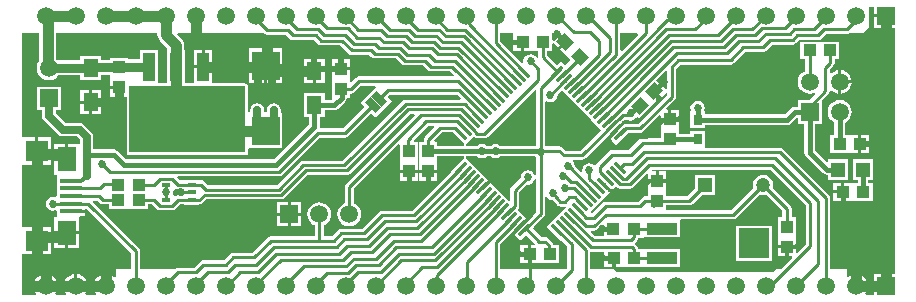
<source format=gtl>
G04*
G04 #@! TF.GenerationSoftware,Altium Limited,Altium Designer,19.1.9 (167)*
G04*
G04 Layer_Physical_Order=1*
G04 Layer_Color=255*
%FSLAX25Y25*%
%MOIN*%
G70*
G01*
G75*
%ADD16C,0.01000*%
G04:AMPARAMS|DCode=41|XSize=47.24mil|YSize=11.81mil|CornerRadius=0mil|HoleSize=0mil|Usage=FLASHONLY|Rotation=225.000|XOffset=0mil|YOffset=0mil|HoleType=Round|Shape=Rectangle|*
%AMROTATEDRECTD41*
4,1,4,0.01253,0.02088,0.02088,0.01253,-0.01253,-0.02088,-0.02088,-0.01253,0.01253,0.02088,0.0*
%
%ADD41ROTATEDRECTD41*%

G04:AMPARAMS|DCode=42|XSize=47.24mil|YSize=11.81mil|CornerRadius=0mil|HoleSize=0mil|Usage=FLASHONLY|Rotation=135.000|XOffset=0mil|YOffset=0mil|HoleType=Round|Shape=Rectangle|*
%AMROTATEDRECTD42*
4,1,4,0.02088,-0.01253,0.01253,-0.02088,-0.02088,0.01253,-0.01253,0.02088,0.02088,-0.01253,0.0*
%
%ADD42ROTATEDRECTD42*%

%ADD43R,0.07480X0.01378*%
%ADD44R,0.06299X0.08268*%
%ADD45R,0.07480X0.07087*%
%ADD46R,0.03150X0.01400*%
%ADD47R,0.04921X0.06102*%
%ADD48R,0.02756X0.03347*%
%ADD49R,0.04331X0.03937*%
%ADD50R,0.03937X0.04331*%
G04:AMPARAMS|DCode=51|XSize=43.31mil|YSize=39.37mil|CornerRadius=0mil|HoleSize=0mil|Usage=FLASHONLY|Rotation=315.000|XOffset=0mil|YOffset=0mil|HoleType=Round|Shape=Rectangle|*
%AMROTATEDRECTD51*
4,1,4,-0.02923,0.00139,-0.00139,0.02923,0.02923,-0.00139,0.00139,-0.02923,-0.02923,0.00139,0.0*
%
%ADD51ROTATEDRECTD51*%

G04:AMPARAMS|DCode=52|XSize=43.31mil|YSize=39.37mil|CornerRadius=0mil|HoleSize=0mil|Usage=FLASHONLY|Rotation=225.000|XOffset=0mil|YOffset=0mil|HoleType=Round|Shape=Rectangle|*
%AMROTATEDRECTD52*
4,1,4,0.00139,0.02923,0.02923,0.00139,-0.00139,-0.02923,-0.02923,-0.00139,0.00139,0.02923,0.0*
%
%ADD52ROTATEDRECTD52*%

%ADD53R,0.09843X0.09843*%
%ADD54R,0.09843X0.03937*%
G04:AMPARAMS|DCode=55|XSize=25mil|YSize=50mil|CornerRadius=0mil|HoleSize=0mil|Usage=FLASHONLY|Rotation=45.000|XOffset=0mil|YOffset=0mil|HoleType=Round|Shape=Rectangle|*
%AMROTATEDRECTD55*
4,1,4,0.00884,-0.02652,-0.02652,0.00884,-0.00884,0.02652,0.02652,-0.00884,0.00884,-0.02652,0.0*
%
%ADD55ROTATEDRECTD55*%

%ADD56R,0.09252X0.09646*%
%ADD57R,0.04724X0.04724*%
%ADD58R,0.12992X0.09449*%
%ADD59R,0.03937X0.09449*%
%ADD60C,0.03000*%
%ADD61C,0.01500*%
%ADD62C,0.03500*%
%ADD63C,0.02000*%
%ADD64C,0.02500*%
%ADD65C,0.01300*%
%ADD66C,0.01600*%
%ADD67R,0.38500X0.22000*%
%ADD68C,0.05906*%
%ADD69R,0.05906X0.05906*%
%ADD70R,0.05906X0.05906*%
%ADD71C,0.04724*%
%ADD72C,0.02700*%
G36*
X181379Y88788D02*
X181349Y88758D01*
X183588Y86519D01*
X183234Y86166D01*
X183588Y85812D01*
X181489Y83713D01*
X183373Y81829D01*
X183629Y81573D01*
X184972Y80230D01*
X183256Y78514D01*
X181820Y79949D01*
X180525Y78653D01*
X177175Y82003D01*
Y83332D01*
X178812D01*
Y85683D01*
X179312Y85890D01*
X180781Y84421D01*
X182527Y86166D01*
X180642Y88051D01*
X179312Y86720D01*
X178812Y86927D01*
Y89250D01*
X181188D01*
X181379Y88788D01*
D02*
G37*
G36*
X207449D02*
X201991Y83330D01*
X201529Y83522D01*
Y89250D01*
X207258D01*
X207449Y88788D01*
D02*
G37*
G36*
X165788Y86800D02*
X168954D01*
Y86300D01*
X169454D01*
Y83332D01*
X172119D01*
Y83332D01*
X172480D01*
Y83332D01*
X174117D01*
Y81369D01*
X174146Y81219D01*
X173676Y81024D01*
X173294Y81594D01*
X172517Y82114D01*
X171600Y82296D01*
X170683Y82114D01*
X169906Y81594D01*
X169386Y80817D01*
X169204Y79900D01*
X169271Y79565D01*
X168810Y79319D01*
X168180Y79949D01*
X168136Y79906D01*
X161529Y86513D01*
Y89250D01*
X165788D01*
Y86800D01*
D02*
G37*
G36*
X47226Y88700D02*
X47321Y87982D01*
X47598Y87313D01*
X48039Y86739D01*
X50536Y84242D01*
X50432Y83742D01*
X50432D01*
Y72520D01*
X47313D01*
Y83742D01*
X41376D01*
Y80566D01*
X37268D01*
Y81011D01*
X31332D01*
Y80395D01*
X28461D01*
Y81760D01*
X21539D01*
Y80258D01*
X13866D01*
X13819Y80319D01*
X13374Y80661D01*
Y89250D01*
X47226D01*
Y88700D01*
D02*
G37*
G36*
X217071Y76475D02*
Y70791D01*
X216609Y70600D01*
X215458Y71751D01*
X213573Y69866D01*
X215319Y68120D01*
X216609Y69411D01*
X217071Y69219D01*
Y68734D01*
X207366Y59029D01*
X203379D01*
X202846Y58923D01*
X202700Y59070D01*
X202122Y59648D01*
X202944Y60471D01*
X203807D01*
X204083Y60286D01*
X205000Y60104D01*
X205917Y60286D01*
X206694Y60806D01*
X206993Y61252D01*
X207490Y61301D01*
X207995Y60797D01*
X212373Y65175D01*
X212471Y65273D01*
X212727Y65529D01*
X212727Y65529D01*
X214612Y67413D01*
X212512Y69512D01*
X212866Y69866D01*
X212512Y70220D01*
X214751Y72458D01*
X213576Y73633D01*
X216609Y76666D01*
X217071Y76475D01*
D02*
G37*
G36*
X183491Y68769D02*
X186275Y65985D01*
X189059Y63201D01*
X191843Y60417D01*
X195204Y57056D01*
X188286Y50137D01*
X183275D01*
X182331Y51081D01*
X181835Y51413D01*
X181250Y51529D01*
X176642D01*
X176529Y51604D01*
Y66283D01*
X177029Y66550D01*
X177333Y66347D01*
X178250Y66165D01*
X179167Y66347D01*
X179944Y66867D01*
X180464Y67644D01*
X180646Y68561D01*
X180607Y68756D01*
X182056Y70205D01*
X183491Y68769D01*
D02*
G37*
G36*
X148286Y67591D02*
X148094Y67129D01*
X129996D01*
X129411Y67013D01*
X128914Y66681D01*
X108962Y46729D01*
X95900D01*
X95315Y46613D01*
X94819Y46281D01*
X87167Y38629D01*
X64034D01*
X62822Y39840D01*
X62326Y40172D01*
X61741Y40288D01*
X61175D01*
Y40459D01*
X56025D01*
Y40229D01*
X54800D01*
X53921Y41109D01*
X54112Y41571D01*
X70883D01*
X87800Y41571D01*
X88385Y41687D01*
X88881Y42019D01*
X101333Y54471D01*
X109800D01*
X110385Y54587D01*
X110881Y54919D01*
X118444Y62481D01*
X119837Y61087D01*
X122131Y63381D01*
X125313Y66563D01*
X123869Y68006D01*
X124583Y68721D01*
X147157D01*
X148286Y67591D01*
D02*
G37*
G36*
X286047Y95500D02*
X290000D01*
Y95000D01*
X290500D01*
Y91047D01*
X292961D01*
Y8953D01*
X290500D01*
Y5000D01*
X290000D01*
Y4500D01*
X286047D01*
Y2039D01*
X283341D01*
X283094Y2539D01*
X283453Y3007D01*
X283851Y3968D01*
X283921Y4500D01*
X280000D01*
Y5000D01*
X279500D01*
Y8921D01*
X278968Y8851D01*
X278007Y8453D01*
X277500Y8064D01*
X277000Y8311D01*
Y10750D01*
X271529D01*
Y34200D01*
X271413Y34785D01*
X271081Y35281D01*
X255681Y50681D01*
X255185Y51013D01*
X254600Y51129D01*
X230116D01*
X229678Y51279D01*
Y56625D01*
X224922D01*
Y55736D01*
X220969D01*
Y57020D01*
X220969D01*
Y57380D01*
X220969D01*
Y60046D01*
X218000D01*
X215032D01*
Y57380D01*
X215032D01*
Y57020D01*
X215032D01*
Y54329D01*
X209000D01*
X208415Y54213D01*
X207919Y53881D01*
X204366Y50329D01*
X198900D01*
X198315Y50213D01*
X197819Y49881D01*
X193519Y45581D01*
X193378Y45371D01*
X192927Y45206D01*
X192763Y45282D01*
X192117Y45714D01*
X191200Y45896D01*
X190283Y45714D01*
X189506Y45194D01*
X188986Y44417D01*
X188804Y43500D01*
X188868Y43178D01*
X188407Y42932D01*
X186385Y44954D01*
X186214Y45817D01*
X185705Y46579D01*
X185749Y46811D01*
X185831Y47079D01*
X188919D01*
X189504Y47195D01*
X190000Y47527D01*
X197367Y54893D01*
X198802Y53458D01*
X200195Y52066D01*
X204099Y55971D01*
X208000D01*
X208585Y56087D01*
X209081Y56419D01*
X214570Y61907D01*
X215032Y61715D01*
Y61046D01*
X217500D01*
Y63712D01*
X217028D01*
X216836Y64173D01*
X219681Y67019D01*
X220013Y67515D01*
X220129Y68100D01*
Y77367D01*
X221533Y78771D01*
X238300D01*
X238885Y78887D01*
X239381Y79219D01*
X243133Y82971D01*
X249000D01*
X249585Y83087D01*
X250081Y83419D01*
X252133Y85471D01*
X259000D01*
X259585Y85587D01*
X260081Y85919D01*
X261134Y86971D01*
X267500D01*
X268085Y87087D01*
X268581Y87419D01*
X270133Y88971D01*
X277000D01*
X277585Y89087D01*
X277829Y89250D01*
X282293D01*
X284500Y91457D01*
Y97961D01*
X286047D01*
Y95500D01*
D02*
G37*
G36*
X120116Y71266D02*
X117181Y68331D01*
X114887Y66037D01*
X116281Y64644D01*
X109167Y57529D01*
X101585D01*
X101268Y57916D01*
X101284Y58000D01*
X101284Y58000D01*
Y61240D01*
X102961D01*
Y63507D01*
X106191D01*
X106874Y63643D01*
X107453Y64030D01*
X109862Y66438D01*
X110248Y67017D01*
X110342Y67488D01*
X111469D01*
Y69071D01*
X111700D01*
X112285Y69187D01*
X112781Y69519D01*
X115029Y71766D01*
X119909D01*
X120116Y71266D01*
D02*
G37*
G36*
X173471Y70201D02*
Y51784D01*
X161559D01*
X160917Y52214D01*
X160000Y52396D01*
X159083Y52214D01*
X158440Y51784D01*
X156959D01*
X156317Y52214D01*
X155400Y52396D01*
X154483Y52214D01*
X153840Y51784D01*
X150231D01*
X150024Y52284D01*
X151198Y53458D01*
X152632Y54893D01*
X152807Y54719D01*
X153303Y54387D01*
X153888Y54271D01*
X156200D01*
X156785Y54387D01*
X157281Y54719D01*
X172971Y70408D01*
X173471Y70201D01*
D02*
G37*
G36*
X149587Y52284D02*
X149380Y51784D01*
X140469D01*
Y53012D01*
X139681D01*
X139474Y53512D01*
X142133Y56171D01*
X145701D01*
X149587Y52284D01*
D02*
G37*
G36*
X82619Y89219D02*
X83115Y88887D01*
X83700Y88771D01*
X90066D01*
X91419Y87419D01*
X91915Y87087D01*
X92500Y86971D01*
X99366D01*
X100619Y85719D01*
X101115Y85387D01*
X101700Y85271D01*
X108066D01*
X110919Y82419D01*
X111415Y82087D01*
X112000Y81971D01*
X117867D01*
X118519Y81319D01*
X119015Y80987D01*
X119600Y80871D01*
X126666D01*
X128519Y79019D01*
X129015Y78687D01*
X129600Y78571D01*
X135766D01*
X137319Y77019D01*
X137815Y76687D01*
X138400Y76571D01*
X144875D01*
X146159Y75286D01*
X145967Y74824D01*
X114395D01*
X113810Y74708D01*
X113314Y74376D01*
X111930Y72993D01*
X111469Y73185D01*
X111469Y74181D01*
X111469Y74319D01*
Y76846D01*
X108500D01*
X105532D01*
Y74319D01*
X105532Y74181D01*
Y73820D01*
X105532Y73681D01*
Y67488D01*
X105321Y67076D01*
X102961D01*
Y69342D01*
X96039D01*
Y61240D01*
X97716D01*
Y58739D01*
X86161Y47184D01*
X70025Y47184D01*
X36739D01*
X33862Y50062D01*
X33862Y50062D01*
X33283Y50449D01*
X32600Y50584D01*
X25894D01*
Y54800D01*
X25719Y55678D01*
X25222Y56422D01*
X22922Y58722D01*
X22178Y59219D01*
X21300Y59394D01*
X16550D01*
X13294Y62650D01*
Y63547D01*
X14953D01*
Y71453D01*
X7047D01*
Y63547D01*
X8706D01*
Y61700D01*
X8880Y60822D01*
X9378Y60078D01*
X13978Y55478D01*
X14722Y54981D01*
X15600Y54806D01*
X20350D01*
X21306Y53850D01*
Y52790D01*
X21189Y52339D01*
X20806Y52339D01*
X17539D01*
Y47205D01*
X17039D01*
Y46705D01*
X12889D01*
Y42071D01*
X13286D01*
X13677Y41807D01*
X13677Y41571D01*
Y39248D01*
X13677D01*
Y35870D01*
X13677D01*
Y34929D01*
X13177Y34642D01*
X12400Y34796D01*
X11483Y34614D01*
X10706Y34094D01*
X10186Y33317D01*
X10004Y32400D01*
X10186Y31483D01*
X10706Y30706D01*
X11483Y30186D01*
X12400Y30004D01*
X13177Y30158D01*
X13677Y29871D01*
X13677Y28193D01*
X13286Y27929D01*
X12889D01*
Y23295D01*
X21189D01*
Y27693D01*
X21189Y27929D01*
X21579Y28193D01*
X23157D01*
Y29382D01*
X18417D01*
Y30382D01*
X23157D01*
Y30473D01*
X23657Y30680D01*
X38471Y15867D01*
Y10750D01*
X33300D01*
Y7970D01*
X32978Y7861D01*
X32800Y7834D01*
X31993Y8453D01*
X31032Y8851D01*
X30500Y8921D01*
Y5000D01*
X30000D01*
Y4500D01*
X26079D01*
X26149Y3968D01*
X26547Y3007D01*
X26906Y2539D01*
X26659Y2039D01*
X23341D01*
X23094Y2539D01*
X23453Y3007D01*
X23851Y3968D01*
X23921Y4500D01*
X20000D01*
X16079D01*
X16149Y3968D01*
X16547Y3007D01*
X16906Y2539D01*
X16659Y2039D01*
X13341D01*
X13094Y2539D01*
X13453Y3007D01*
X13851Y3968D01*
X13921Y4500D01*
X10000D01*
X6079D01*
X6149Y3968D01*
X6547Y3007D01*
X6906Y2539D01*
X6659Y2039D01*
X2039D01*
Y15087D01*
X2260Y15495D01*
X2539Y15495D01*
X6500D01*
Y20039D01*
Y24582D01*
X2539D01*
X2260Y24582D01*
X2039Y24991D01*
Y45009D01*
X2260Y45417D01*
X2539Y45417D01*
X6500D01*
Y49961D01*
X7000D01*
D01*
X6500D01*
Y54505D01*
X2539D01*
X2260Y54505D01*
X2039Y54913D01*
Y89250D01*
X7826D01*
Y79857D01*
X7547Y79493D01*
X7149Y78532D01*
X7013Y77500D01*
X7149Y76468D01*
X7547Y75507D01*
X8181Y74681D01*
X9007Y74047D01*
X9968Y73649D01*
X11000Y73513D01*
X12032Y73649D01*
X12993Y74047D01*
X13819Y74681D01*
X14187Y75160D01*
X21539D01*
Y73658D01*
X28461D01*
Y75297D01*
X31332D01*
Y74681D01*
X31332D01*
Y74319D01*
X31332D01*
Y71654D01*
X34300D01*
Y71154D01*
X34800D01*
Y67989D01*
X36980D01*
Y49500D01*
X37058Y49110D01*
X37279Y48779D01*
X37610Y48558D01*
X38000Y48480D01*
X76500D01*
X76890Y48558D01*
X77221Y48779D01*
X77442Y49110D01*
X77520Y49500D01*
Y50514D01*
X77674Y50950D01*
X88926D01*
Y62596D01*
X88588D01*
X88316Y63096D01*
X88396Y63500D01*
X88214Y64417D01*
X87694Y65194D01*
X86917Y65714D01*
X86000Y65896D01*
X85083Y65714D01*
X84306Y65194D01*
X83786Y64417D01*
X83604Y63500D01*
X83651Y63262D01*
X83318Y62812D01*
X83182D01*
X82849Y63262D01*
X82896Y63500D01*
X82714Y64417D01*
X82194Y65194D01*
X81417Y65714D01*
X80500Y65896D01*
X79583Y65714D01*
X78806Y65194D01*
X78286Y64417D01*
X78104Y63500D01*
X78120Y63421D01*
X77726Y62950D01*
X77543Y62965D01*
X77520Y63032D01*
Y71500D01*
X77442Y71890D01*
X77221Y72221D01*
X76890Y72442D01*
X76500Y72520D01*
X65424D01*
Y77517D01*
X59487D01*
Y72520D01*
X56368D01*
Y83742D01*
X56174D01*
Y85300D01*
X56079Y86018D01*
X55802Y86687D01*
X55361Y87261D01*
X53835Y88788D01*
X54026Y89250D01*
X82587D01*
X82619Y89219D01*
D02*
G37*
G36*
X173306Y48106D02*
X173471Y47996D01*
Y41880D01*
X172971Y41831D01*
X172914Y42117D01*
X172394Y42894D01*
X171617Y43414D01*
X170700Y43596D01*
X169783Y43414D01*
X169006Y42894D01*
X168486Y42117D01*
X168304Y41200D01*
X168343Y41006D01*
X165219Y37881D01*
X164887Y37385D01*
X164771Y36800D01*
Y33622D01*
X164309Y33431D01*
X162333Y35406D01*
X159549Y38190D01*
X158157Y39583D01*
X155780Y37205D01*
X155245Y37740D01*
X157623Y40117D01*
X156765Y40974D01*
X153982Y43758D01*
X153447Y44293D01*
X151198Y46542D01*
X150024Y47716D01*
X150231Y48216D01*
X153840D01*
X154483Y47786D01*
X155400Y47604D01*
X156317Y47786D01*
X156959Y48216D01*
X158440D01*
X159083Y47786D01*
X160000Y47604D01*
X160917Y47786D01*
X161559Y48216D01*
X173232D01*
X173306Y48106D01*
D02*
G37*
G36*
X263271Y31967D02*
Y18834D01*
X260530Y16093D01*
X260068Y16285D01*
Y17554D01*
X257600D01*
Y14888D01*
X258672D01*
X258864Y14427D01*
X255187Y10750D01*
X191529D01*
Y16340D01*
X191688Y16471D01*
X196188D01*
Y14800D01*
X199354D01*
Y14300D01*
X199854D01*
Y11332D01*
X202519D01*
Y11332D01*
X202881D01*
Y11332D01*
X209211D01*
Y11332D01*
X209594Y11310D01*
Y11310D01*
X209703Y11310D01*
X221436D01*
Y17247D01*
X209594D01*
Y17247D01*
X209211Y17268D01*
Y17268D01*
X209103Y17268D01*
X207573D01*
X207459Y17839D01*
X207127Y18335D01*
X206381Y19081D01*
X206351Y19388D01*
X207027Y20065D01*
X207359Y20561D01*
X207433Y20932D01*
X209111D01*
Y21110D01*
X209594Y21153D01*
Y21153D01*
X221436D01*
Y27090D01*
X221903Y27171D01*
X239191D01*
X239777Y27287D01*
X240273Y27619D01*
X248147Y35493D01*
X248314Y35424D01*
X249191Y35309D01*
X250069Y35424D01*
X250235Y35493D01*
X255571Y30158D01*
Y27911D01*
X254132D01*
Y21580D01*
X254132D01*
Y21219D01*
X254132D01*
Y18554D01*
X257100D01*
X260068D01*
Y21219D01*
X260068D01*
Y21580D01*
X260068D01*
Y27911D01*
X258629D01*
Y30791D01*
X258513Y31377D01*
X258181Y31873D01*
X252398Y37656D01*
X252467Y37822D01*
X252583Y38700D01*
X252467Y39578D01*
X252128Y40396D01*
X251589Y41098D01*
X250887Y41637D01*
X250069Y41976D01*
X249191Y42091D01*
X248314Y41976D01*
X247496Y41637D01*
X246793Y41098D01*
X246254Y40396D01*
X245916Y39578D01*
X245800Y38700D01*
X245916Y37822D01*
X245985Y37656D01*
X238558Y30229D01*
X216769D01*
Y31825D01*
X224554D01*
X225139Y31941D01*
X225635Y32273D01*
X228701Y35338D01*
X233262D01*
Y42062D01*
X226538D01*
Y37501D01*
X223920Y34883D01*
X216769D01*
Y36520D01*
X216769D01*
Y36880D01*
X216769D01*
Y39546D01*
X213800D01*
X210831D01*
Y36880D01*
X210831D01*
Y36520D01*
X210831D01*
Y34883D01*
X209754D01*
X209169Y34767D01*
X208673Y34435D01*
X207366Y33129D01*
X196600D01*
X196015Y33013D01*
X195519Y32681D01*
X192214Y29377D01*
X191819Y29421D01*
X191673Y29903D01*
X194348Y32579D01*
X197132Y35362D01*
X197989Y36220D01*
X195612Y38597D01*
X196146Y39131D01*
X198523Y36754D01*
X199959Y38190D01*
X200230Y37919D01*
X200726Y37587D01*
X201312Y37471D01*
X204800D01*
X205385Y37587D01*
X205881Y37919D01*
X210370Y42407D01*
X210831Y42215D01*
Y40546D01*
X213300D01*
Y43211D01*
X212365D01*
X212098Y43712D01*
X212137Y43771D01*
X251466D01*
X263271Y31967D01*
D02*
G37*
G36*
X173471Y40520D02*
Y29754D01*
X170728Y27012D01*
X169293Y28447D01*
X167323Y30416D01*
X167381Y30475D01*
X167713Y30971D01*
X167829Y31556D01*
Y36167D01*
X170505Y38843D01*
X170700Y38804D01*
X171617Y38986D01*
X172394Y39506D01*
X172914Y40283D01*
X172971Y40569D01*
X173471Y40520D01*
D02*
G37*
G36*
X53581Y37287D02*
X54166Y37171D01*
X56025D01*
Y36700D01*
X58600D01*
Y35700D01*
X56025D01*
Y35229D01*
X54166D01*
X53581Y35113D01*
X53210Y34865D01*
X52978Y34952D01*
X52710Y35341D01*
X52710D01*
X52400Y35719D01*
X52496Y36200D01*
X52400Y36681D01*
X52710Y37059D01*
X52710D01*
X52978Y37448D01*
X53210Y37535D01*
X53581Y37287D01*
D02*
G37*
G36*
X132946Y61909D02*
X110119Y39081D01*
X109787Y38585D01*
X109671Y38000D01*
Y32545D01*
X109207Y32353D01*
X108381Y31719D01*
X107747Y30893D01*
X107349Y29932D01*
X107213Y28900D01*
X107349Y27868D01*
X107747Y26907D01*
X108381Y26081D01*
X109207Y25447D01*
X110168Y25049D01*
X111200Y24913D01*
X112232Y25049D01*
X113193Y25447D01*
X114019Y26081D01*
X114653Y26907D01*
X115051Y27868D01*
X115187Y28900D01*
X115051Y29932D01*
X114653Y30893D01*
X114019Y31719D01*
X113193Y32353D01*
X112729Y32545D01*
Y37367D01*
X127570Y52207D01*
X128032Y52015D01*
Y46819D01*
X128032Y46681D01*
Y46319D01*
X128032Y46180D01*
Y43654D01*
X131000D01*
X133968D01*
Y46180D01*
X133968Y46319D01*
Y46681D01*
X133968Y46819D01*
Y53012D01*
X132881D01*
X132674Y53512D01*
X137533Y58371D01*
X139354D01*
X139546Y57909D01*
X136419Y54781D01*
X136087Y54285D01*
X135971Y53700D01*
Y53012D01*
X134531D01*
Y46819D01*
X134531Y46681D01*
Y46319D01*
X134531Y46180D01*
Y43654D01*
X137500D01*
X140469D01*
Y46180D01*
X140469Y46319D01*
Y46681D01*
X140469Y46819D01*
Y48216D01*
X149380D01*
X149587Y47716D01*
X145051Y43180D01*
X145094Y43136D01*
X132087Y30129D01*
X122100D01*
X121515Y30013D01*
X121019Y29681D01*
X115366Y24029D01*
X108500D01*
X107915Y23913D01*
X107419Y23581D01*
X105367Y21529D01*
X102729D01*
Y25255D01*
X103193Y25447D01*
X104019Y26081D01*
X104653Y26907D01*
X105051Y27868D01*
X105187Y28900D01*
X105051Y29932D01*
X104653Y30893D01*
X104019Y31719D01*
X103193Y32353D01*
X102232Y32751D01*
X101200Y32887D01*
X100168Y32751D01*
X99207Y32353D01*
X98381Y31719D01*
X97747Y30893D01*
X97349Y29932D01*
X97213Y28900D01*
X97349Y27868D01*
X97747Y26907D01*
X98381Y26081D01*
X99207Y25447D01*
X99671Y25255D01*
Y21529D01*
X85000D01*
X84415Y21413D01*
X83919Y21081D01*
X78866Y16029D01*
X72500D01*
X71915Y15913D01*
X71419Y15581D01*
X69367Y13529D01*
X62500D01*
X61915Y13413D01*
X61419Y13081D01*
X59466Y11129D01*
X54100D01*
X53515Y11013D01*
X53121Y10750D01*
X41529D01*
Y16500D01*
X41413Y17085D01*
X41081Y17581D01*
X25654Y33009D01*
X25846Y33471D01*
X27167D01*
X28019Y32619D01*
X28515Y32287D01*
X29100Y32171D01*
X31089D01*
Y30731D01*
X37420D01*
Y30731D01*
X37780D01*
Y30731D01*
X44111D01*
Y32171D01*
X45471D01*
X46982Y30659D01*
X47478Y30328D01*
X48064Y30212D01*
X52207D01*
X52793Y30328D01*
X53289Y30659D01*
X54800Y32171D01*
X56025D01*
Y31941D01*
X61175D01*
Y32171D01*
X61241D01*
X61826Y32287D01*
X62322Y32619D01*
X63574Y33871D01*
X88504D01*
X89089Y33987D01*
X89586Y34319D01*
X97238Y41971D01*
X110300D01*
X110885Y42087D01*
X111381Y42419D01*
X131333Y62371D01*
X132754D01*
X132946Y61909D01*
D02*
G37*
G36*
X196089Y25372D02*
Y24400D01*
X199254D01*
Y23400D01*
X196089D01*
Y21729D01*
X192906D01*
X191627Y23009D01*
X191818Y23471D01*
X192900D01*
X193485Y23587D01*
X193981Y23919D01*
X195627Y25564D01*
X196089Y25372D01*
D02*
G37*
G36*
X177306Y34306D02*
X178083Y33786D01*
X179000Y33604D01*
X179005Y33605D01*
X180325Y32021D01*
X180380Y31977D01*
X180419Y31919D01*
X180610Y31791D01*
X180789Y31646D01*
X180856Y31626D01*
X180915Y31587D01*
X181141Y31542D01*
X181361Y31477D01*
X181431Y31484D01*
X181500Y31471D01*
X183000D01*
X183030Y31477D01*
X183276Y31016D01*
X181242Y28982D01*
X180707Y28447D01*
X178458Y26198D01*
X177066Y24805D01*
X181820Y20051D01*
X181864Y20094D01*
X183771Y18187D01*
Y10850D01*
X183621Y10750D01*
X161529D01*
Y19055D01*
X165017Y22542D01*
X165706Y22524D01*
X168180Y20051D01*
X170133Y22004D01*
X173069Y19069D01*
X172862Y18568D01*
X171854D01*
Y15600D01*
Y12631D01*
X174520D01*
Y12631D01*
X174881D01*
Y12631D01*
X181211D01*
Y18568D01*
X179230D01*
X179130Y19068D01*
X178799Y19564D01*
X177481Y20881D01*
X176985Y21213D01*
X176400Y21329D01*
X175134D01*
X172296Y24167D01*
X172934Y24805D01*
X172891Y24849D01*
X176081Y28040D01*
X176413Y28536D01*
X176529Y29121D01*
Y34568D01*
X177029Y34719D01*
X177306Y34306D01*
D02*
G37*
%LPC*%
G36*
X168454Y85800D02*
X165788D01*
Y83332D01*
X168454D01*
Y85800D01*
D02*
G37*
G36*
X289500Y94500D02*
X286047D01*
Y91047D01*
X289500D01*
Y94500D01*
D02*
G37*
G36*
X275200Y76921D02*
Y73500D01*
X278621D01*
X278551Y74032D01*
X278153Y74993D01*
X277519Y75819D01*
X276693Y76453D01*
X275732Y76851D01*
X275200Y76921D01*
D02*
G37*
G36*
X278621Y72500D02*
X275200D01*
Y69079D01*
X275732Y69149D01*
X276693Y69547D01*
X277519Y70181D01*
X278153Y71007D01*
X278551Y71968D01*
X278621Y72500D01*
D02*
G37*
G36*
X267819Y86468D02*
Y86468D01*
X267695Y86468D01*
X261489D01*
Y80532D01*
X263171D01*
Y76645D01*
X262707Y76453D01*
X261881Y75819D01*
X261247Y74993D01*
X260849Y74032D01*
X260713Y73000D01*
X260849Y71968D01*
X261247Y71007D01*
X261881Y70181D01*
X262707Y69547D01*
X263668Y69149D01*
X264700Y69013D01*
X265732Y69149D01*
X266324Y69394D01*
X266608Y68971D01*
X264590Y66953D01*
X260747D01*
Y64784D01*
X259600D01*
X258917Y64648D01*
X258338Y64262D01*
X258338Y64262D01*
X256309Y62232D01*
X229678D01*
Y63121D01*
X229678D01*
X229561Y63621D01*
X229696Y64300D01*
X229514Y65217D01*
X228994Y65994D01*
X228217Y66514D01*
X227300Y66696D01*
X226383Y66514D01*
X225606Y65994D01*
X225086Y65217D01*
X224904Y64300D01*
X225039Y63621D01*
X224922Y63121D01*
X224922D01*
Y57775D01*
X229678D01*
Y58664D01*
X257048D01*
X257731Y58800D01*
X258310Y59186D01*
X260247Y61124D01*
X260747Y60994D01*
Y59047D01*
X262916D01*
Y49400D01*
X263052Y48717D01*
X263438Y48138D01*
X269038Y42538D01*
X269038Y42538D01*
X269617Y42151D01*
X270300Y42016D01*
X270300Y42016D01*
X270870D01*
Y40438D01*
X277594D01*
Y47162D01*
X270870D01*
Y46407D01*
X270408Y46215D01*
X266484Y50139D01*
Y59047D01*
X268653D01*
Y66690D01*
X270881Y68919D01*
X271213Y69415D01*
X271329Y70000D01*
Y70122D01*
X271803Y70283D01*
X271881Y70181D01*
X272707Y69547D01*
X273668Y69149D01*
X274200Y69079D01*
Y73000D01*
Y76921D01*
X273668Y76851D01*
X272707Y76453D01*
X271881Y75819D01*
X271803Y75718D01*
X271329Y75878D01*
Y77066D01*
X272581Y78319D01*
X272913Y78815D01*
X273029Y79400D01*
Y80532D01*
X274512D01*
Y86468D01*
X268305D01*
X268180Y86468D01*
Y86468D01*
X267819D01*
D02*
G37*
G36*
X220969Y63712D02*
X218500D01*
Y61046D01*
X220969D01*
Y63712D01*
D02*
G37*
G36*
X281846Y55269D02*
Y52800D01*
X284511D01*
Y55269D01*
X281846D01*
D02*
G37*
G36*
X284511Y51800D02*
X281846D01*
Y49332D01*
X284511D01*
Y51800D01*
D02*
G37*
G36*
X274700Y66987D02*
X273668Y66851D01*
X272707Y66453D01*
X271881Y65819D01*
X271247Y64993D01*
X270849Y64032D01*
X270713Y63000D01*
X270849Y61968D01*
X271247Y61007D01*
X271881Y60181D01*
X272707Y59547D01*
X272916Y59461D01*
Y55269D01*
X271488D01*
Y49332D01*
X277680D01*
X277819Y49332D01*
X278181D01*
X278320Y49332D01*
X280846D01*
Y52300D01*
Y55269D01*
X278320D01*
X278181Y55269D01*
X277819D01*
X277680Y55269D01*
X276484D01*
Y59461D01*
X276693Y59547D01*
X277519Y60181D01*
X278153Y61007D01*
X278551Y61968D01*
X278687Y63000D01*
X278551Y64032D01*
X278153Y64993D01*
X277519Y65819D01*
X276693Y66453D01*
X275732Y66851D01*
X274700Y66987D01*
D02*
G37*
G36*
X285862Y47162D02*
X279138D01*
Y40438D01*
X280662D01*
Y39369D01*
X279419D01*
X279280Y39369D01*
X278920D01*
X278781Y39369D01*
X276254D01*
Y36400D01*
Y33432D01*
X278781D01*
X278920Y33432D01*
X279280D01*
X279419Y33432D01*
X285612D01*
Y39369D01*
X284230D01*
Y40438D01*
X285862D01*
Y47162D01*
D02*
G37*
G36*
X275254Y39369D02*
X272588D01*
Y36900D01*
X275254D01*
Y39369D01*
D02*
G37*
G36*
Y35900D02*
X272588D01*
Y33432D01*
X275254D01*
Y35900D01*
D02*
G37*
G36*
X280500Y8921D02*
Y5500D01*
X283921D01*
X283851Y6032D01*
X283453Y6993D01*
X282819Y7819D01*
X281993Y8453D01*
X281032Y8851D01*
X280500Y8921D01*
D02*
G37*
G36*
X289500Y8953D02*
X286047D01*
Y5500D01*
X289500D01*
Y8953D01*
D02*
G37*
G36*
X88926Y84250D02*
X83800D01*
Y78927D01*
X88926D01*
Y84250D01*
D02*
G37*
G36*
X82800D02*
X77674D01*
Y78927D01*
X82800D01*
Y84250D01*
D02*
G37*
G36*
X65424Y83742D02*
X62955D01*
Y78517D01*
X65424D01*
Y83742D01*
D02*
G37*
G36*
X61955D02*
X59487D01*
Y78517D01*
X61955D01*
Y83742D01*
D02*
G37*
G36*
X111469Y80511D02*
X109000D01*
Y77846D01*
X111469D01*
Y80511D01*
D02*
G37*
G36*
X108000D02*
X105532D01*
Y77846D01*
X108000D01*
Y80511D01*
D02*
G37*
G36*
X102961Y80760D02*
X100000D01*
Y77209D01*
X102961D01*
Y80760D01*
D02*
G37*
G36*
X99000D02*
X96039D01*
Y77209D01*
X99000D01*
Y80760D01*
D02*
G37*
G36*
X102961Y76209D02*
X100000D01*
Y72658D01*
X102961D01*
Y76209D01*
D02*
G37*
G36*
X99000D02*
X96039D01*
Y72658D01*
X99000D01*
Y76209D01*
D02*
G37*
G36*
X88926Y77927D02*
X83800D01*
Y72604D01*
X88926D01*
Y77927D01*
D02*
G37*
G36*
X82800D02*
X77674D01*
Y72604D01*
X82800D01*
Y77927D01*
D02*
G37*
G36*
X33800Y70654D02*
X31332D01*
Y67989D01*
X33800D01*
Y70654D01*
D02*
G37*
G36*
X28461Y70342D02*
X25500D01*
Y66791D01*
X28461D01*
Y70342D01*
D02*
G37*
G36*
X24500D02*
X21539D01*
Y66791D01*
X24500D01*
Y70342D01*
D02*
G37*
G36*
X28461Y65791D02*
X25500D01*
Y62240D01*
X28461D01*
Y65791D01*
D02*
G37*
G36*
X24500D02*
X21539D01*
Y62240D01*
X24500D01*
Y65791D01*
D02*
G37*
G36*
X7500Y54505D02*
Y50461D01*
X11740D01*
Y54505D01*
X7500D01*
D02*
G37*
G36*
X16539Y52339D02*
X12889D01*
Y47705D01*
X16539D01*
Y52339D01*
D02*
G37*
G36*
X11740Y49461D02*
X7500D01*
Y45417D01*
X11740D01*
Y49461D01*
D02*
G37*
G36*
X7500Y24582D02*
Y20539D01*
X11740D01*
Y24582D01*
X7500D01*
D02*
G37*
G36*
X21189Y22295D02*
X17539D01*
Y17661D01*
X21189D01*
Y22295D01*
D02*
G37*
G36*
X16539D02*
X12889D01*
Y17661D01*
X16539D01*
Y22295D01*
D02*
G37*
G36*
X11740Y19539D02*
X7500D01*
Y15495D01*
X11740D01*
Y19539D01*
D02*
G37*
G36*
X20500Y8921D02*
Y5500D01*
X23921D01*
X23851Y6032D01*
X23453Y6993D01*
X22819Y7819D01*
X21993Y8453D01*
X21032Y8851D01*
X20500Y8921D01*
D02*
G37*
G36*
X10500D02*
Y5500D01*
X13921D01*
X13851Y6032D01*
X13453Y6993D01*
X12819Y7819D01*
X11993Y8453D01*
X11032Y8851D01*
X10500Y8921D01*
D02*
G37*
G36*
X19500D02*
X18968Y8851D01*
X18007Y8453D01*
X17181Y7819D01*
X16547Y6993D01*
X16149Y6032D01*
X16079Y5500D01*
X19500D01*
Y8921D01*
D02*
G37*
G36*
X29500D02*
X28968Y8851D01*
X28007Y8453D01*
X27181Y7819D01*
X26547Y6993D01*
X26149Y6032D01*
X26079Y5500D01*
X29500D01*
Y8921D01*
D02*
G37*
G36*
X9500D02*
X8968Y8851D01*
X8007Y8453D01*
X7181Y7819D01*
X6547Y6993D01*
X6149Y6032D01*
X6079Y5500D01*
X9500D01*
Y8921D01*
D02*
G37*
G36*
X216769Y43211D02*
X214300D01*
Y40546D01*
X216769D01*
Y43211D01*
D02*
G37*
G36*
X256600Y17554D02*
X254132D01*
Y14888D01*
X256600D01*
Y17554D01*
D02*
G37*
G36*
X251948Y25121D02*
X240106D01*
Y13279D01*
X251948D01*
Y25121D01*
D02*
G37*
G36*
X198854Y13800D02*
X196188D01*
Y11332D01*
X198854D01*
Y13800D01*
D02*
G37*
G36*
X140469Y42654D02*
X138000D01*
Y39988D01*
X140469D01*
Y42654D01*
D02*
G37*
G36*
X137000D02*
X134531D01*
Y39988D01*
X137000D01*
Y42654D01*
D02*
G37*
G36*
X133968D02*
X131500D01*
Y39988D01*
X133968D01*
Y42654D01*
D02*
G37*
G36*
X130500D02*
X128032D01*
Y39988D01*
X130500D01*
Y42654D01*
D02*
G37*
G36*
X95153Y32853D02*
X91700D01*
Y29400D01*
X95153D01*
Y32853D01*
D02*
G37*
G36*
X90700D02*
X87247D01*
Y29400D01*
X90700D01*
Y32853D01*
D02*
G37*
G36*
X95153Y28400D02*
X91700D01*
Y24947D01*
X95153D01*
Y28400D01*
D02*
G37*
G36*
X90700D02*
X87247D01*
Y24947D01*
X90700D01*
Y28400D01*
D02*
G37*
G36*
X170854Y18568D02*
X168189D01*
Y16100D01*
X170854D01*
Y18568D01*
D02*
G37*
G36*
Y15100D02*
X168189D01*
Y12631D01*
X170854D01*
Y15100D01*
D02*
G37*
%LPD*%
D16*
X70700Y9700D02*
X73000Y12000D01*
X64200Y9700D02*
X70700D01*
X73000Y12000D02*
X80000D01*
X62500D02*
X70000D01*
X72500Y14500D01*
X60100Y4900D02*
Y5600D01*
X72500Y14500D02*
X79500D01*
X217864Y60500D02*
X218000Y60364D01*
X213800Y40046D02*
X222746D01*
X211064Y40100D02*
X217600D01*
X213800Y66300D02*
Y71100D01*
X257100Y18251D02*
X257251Y18100D01*
X199200Y34500D02*
Y36900D01*
X165500Y22405D02*
X172000Y28905D01*
X198800Y14300D02*
X199300Y13800D01*
X264500Y83500D02*
X264700Y83300D01*
Y73000D02*
Y83300D01*
X264500Y83500D02*
X264654D01*
X271500Y82900D02*
X272000Y83400D01*
X175000Y70879D02*
X181750Y77629D01*
X188919Y48608D02*
X202311Y62000D01*
X175000Y50000D02*
X181250D01*
X271500Y79400D02*
Y82900D01*
X269800Y77700D02*
X271500Y79400D01*
X174100Y73700D02*
Y77400D01*
X156200Y55800D02*
X174100Y73700D01*
X153888Y55800D02*
X156200D01*
X171600Y79900D02*
X174100Y77400D01*
X151337Y58352D02*
X153888Y55800D01*
X100700Y56000D02*
X109800D01*
X87800Y43100D02*
X100700Y56000D01*
X70883Y43100D02*
X87800Y43100D01*
X31400Y43100D02*
X70883D01*
X28700Y45800D02*
X31400Y43100D01*
X52207Y40659D02*
X54166Y38700D01*
X48064Y40659D02*
X52207D01*
X46104Y38700D02*
X48064Y40659D01*
X40000Y5000D02*
Y16500D01*
X24059Y32441D02*
X40000Y16500D01*
X18417Y32441D02*
X24059D01*
X12400Y32400D02*
X18376D01*
X18417Y32441D01*
X28637Y45800D02*
X28700D01*
X109800Y56000D02*
X118953Y65153D01*
X121100Y67400D02*
X123950Y70250D01*
X108600Y70600D02*
X111700D01*
X114395Y73295D02*
X147529D01*
X111700Y70600D02*
X114395Y73295D01*
X62941Y35400D02*
X88504D01*
X96604Y43500D02*
X110300D01*
X88504Y35400D02*
X96604Y43500D01*
X95900Y45200D02*
X109596D01*
X87800Y37100D02*
X95900Y45200D01*
X63400Y37100D02*
X87800D01*
X58541Y33700D02*
X61241D01*
X129996Y65600D02*
X149656D01*
X109596Y45200D02*
X129996Y65600D01*
X130700Y63900D02*
X148573D01*
X110300Y43500D02*
X130700Y63900D01*
X85018Y76709D02*
X85300Y76427D01*
X83300Y78427D02*
X85018Y76709D01*
X18417Y37559D02*
X28000D01*
X18417Y35000D02*
X27800D01*
X82890Y78017D02*
X83300Y78427D01*
X80800Y75927D02*
X82890Y78017D01*
X50100Y33676D02*
X50135Y33641D01*
X50100Y33676D02*
Y36200D01*
Y38724D01*
X50135Y38759D01*
X55100Y36200D02*
X58600D01*
X101100Y20000D02*
X106000D01*
X85000D02*
X101100D01*
X101200Y20100D01*
Y28900D01*
X111200D02*
Y38000D01*
X135200Y62000D01*
X147688D01*
X151337Y58352D01*
X149656Y65600D02*
X154121Y61136D01*
X148573Y63900D02*
X152729Y59744D01*
X61241Y33700D02*
X62941Y35400D01*
X61741Y38759D02*
X63400Y37100D01*
X58600Y38759D02*
X61741D01*
X58541Y33700D02*
X58600Y33641D01*
X54166Y33700D02*
X58541D01*
X52207Y31741D02*
X54166Y33700D01*
X48064Y31741D02*
X52207D01*
X46104Y33700D02*
X48064Y31741D01*
X40946Y33700D02*
X46104D01*
X58541Y38700D02*
X58600Y38759D01*
X54166Y38700D02*
X58541D01*
X40946D02*
X46104D01*
X29100Y33700D02*
X34254D01*
X27800Y35000D02*
X29100Y33700D01*
X29400Y38900D02*
X34054D01*
X34254Y38700D01*
X28059Y37559D02*
X29400Y38900D01*
X159200Y41159D02*
Y41400D01*
X155513Y37472D02*
X159200Y41159D01*
X207964Y37000D02*
X211064Y40100D01*
X130800Y50046D02*
Y53800D01*
Y50046D02*
X131000Y49846D01*
X130800Y53800D02*
X136900Y59900D01*
X147005D01*
X149945Y56960D01*
X137500Y49846D02*
Y53700D01*
X141500Y57700D01*
X146379D01*
X148512Y55568D01*
X148553D01*
X137500Y49846D02*
X137654Y50000D01*
X175000Y49800D02*
Y50000D01*
Y29121D02*
Y49800D01*
X194600Y44500D02*
X198900Y48800D01*
X166300Y36800D02*
X170700Y41200D01*
X169790Y23911D02*
X175000Y29121D01*
X218000Y60546D02*
X218046Y60500D01*
X210200Y54700D02*
X216000Y60500D01*
X206600Y54700D02*
X210200D01*
X203650Y51750D02*
X206600Y54700D01*
X196250Y51750D02*
X203650D01*
X216946Y52800D02*
X218000Y53854D01*
X209000Y52800D02*
X216946D01*
X205000Y48800D02*
X209000Y52800D01*
X216000Y60500D02*
X217864D01*
X198900Y48800D02*
X205000D01*
X209300Y49600D02*
X254600D01*
X205400Y45700D02*
X209300Y49600D01*
X202715Y45700D02*
X205400D01*
X218000Y60364D02*
Y60546D01*
X194600Y42927D02*
Y44500D01*
Y42927D02*
X197271Y40256D01*
X166300Y31556D02*
Y36800D01*
X163865Y29120D02*
X166300Y31556D01*
X269800Y70000D02*
Y77700D01*
X264600Y64800D02*
X269800Y70000D01*
X264600Y63700D02*
Y64800D01*
X264800Y18200D02*
Y32600D01*
X252539Y5939D02*
X264800Y18200D01*
X250939Y5939D02*
X252539D01*
X138400Y78100D02*
X145508D01*
X136400Y80100D02*
X138400Y78100D01*
X129600Y80100D02*
X136400D01*
X127300Y82400D02*
X129600Y80100D01*
X143900Y90400D02*
X149911D01*
X140000Y94300D02*
X143900Y90400D01*
X140000Y94300D02*
Y95000D01*
X143400Y88200D02*
X149327D01*
X141200Y90400D02*
X143400Y88200D01*
X134100Y90400D02*
X141200D01*
X142300Y86300D02*
X148444D01*
X140200Y88400D02*
X142300Y86300D01*
X133100Y88400D02*
X140200D01*
X141300Y84400D02*
X147560D01*
X139400Y86300D02*
X141300Y84400D01*
X132100Y86300D02*
X139400D01*
X140600Y82200D02*
X146976D01*
X138600Y84200D02*
X140600Y82200D01*
X131200Y84200D02*
X138600D01*
X90100Y94400D02*
Y95100D01*
X139700Y80100D02*
X146292D01*
X137700Y82100D02*
X139700Y80100D01*
X130300Y82100D02*
X137700D01*
X146976Y82200D02*
X161081Y68095D01*
X147560Y84400D02*
X162473Y69487D01*
X128000Y84400D02*
X130300Y82100D01*
X129100Y86300D02*
X131200Y84200D01*
X119600Y82400D02*
X127300D01*
X118500Y83500D02*
X119600Y82400D01*
X121100Y84400D02*
X128000D01*
X119800Y85700D02*
X121100Y84400D01*
X122700Y86300D02*
X129100D01*
X130100Y88300D02*
X132100Y86300D01*
X123700Y88300D02*
X130100D01*
X131200Y90300D02*
X133100Y88400D01*
X124700Y90300D02*
X131200D01*
X130100Y94400D02*
X134100Y90400D01*
X130100Y94400D02*
Y94900D01*
X121200Y87800D02*
X122700Y86300D01*
X121700Y90300D02*
X123700Y88300D01*
X112000Y83500D02*
X118500D01*
X108700Y86800D02*
X112000Y83500D01*
X101700Y86800D02*
X108700D01*
X112800Y85700D02*
X119800D01*
X109700Y88800D02*
X112800Y85700D01*
X113700Y87800D02*
X121200D01*
X110653Y90847D02*
X113700Y87800D01*
X114200Y90300D02*
X121700D01*
X110000Y94500D02*
X114200Y90300D01*
X120000Y95000D02*
X124700Y90300D01*
X102700Y88800D02*
X109700D01*
X103653Y90847D02*
X110653D01*
X110000Y94500D02*
Y95000D01*
X100900Y90600D02*
X102700Y88800D01*
X93900Y90600D02*
X100900D01*
X100000Y88500D02*
X101700Y86800D01*
X92500Y88500D02*
X100000D01*
Y94500D02*
X103653Y90847D01*
X100000Y94500D02*
Y95000D01*
X90700Y90300D02*
X92500Y88500D01*
X83700Y90300D02*
X90700D01*
X90100Y94400D02*
X93900Y90600D01*
X80000Y94000D02*
X83700Y90300D01*
X80000Y94000D02*
Y95000D01*
X194500Y82027D02*
Y86500D01*
X191500Y89500D02*
X194500Y86500D01*
X186000Y89500D02*
X191500D01*
X184744Y72271D02*
X194500Y82027D01*
X180500Y95000D02*
X186000Y89500D01*
X180000Y95000D02*
X180500D01*
X230000Y94000D02*
Y95000D01*
X226500Y90500D02*
X230000Y94000D01*
X216892Y90500D02*
X226500D01*
X236000Y84500D02*
X240000Y88500D01*
X219244Y84500D02*
X236000D01*
X235000Y86500D02*
X239000Y90500D01*
X218460Y86500D02*
X235000D01*
X194487Y62527D02*
X218460Y86500D01*
X237100Y82600D02*
X241000Y86500D01*
X220900Y80300D02*
X238300D01*
X242500Y84500D01*
X249000D01*
X241000Y86500D02*
X247500D01*
X240000Y88500D02*
X246500D01*
X239000Y90500D02*
X245500D01*
X220379Y82600D02*
X237100D01*
X240000Y94500D02*
Y95000D01*
X234000Y88500D02*
X240000Y94500D01*
X217676Y88500D02*
X234000D01*
X247500Y86500D02*
X250000Y89000D01*
X249000Y84500D02*
X251500Y87000D01*
X259000D01*
X250000Y89000D02*
X258000D01*
X248847Y90847D02*
X256347D01*
X246500Y88500D02*
X248847Y90847D01*
X245500Y90500D02*
X250000Y95000D01*
X260500Y88500D02*
X267500D01*
X259000Y87000D02*
X260500Y88500D01*
X259500Y90500D02*
X266000D01*
X258000Y89000D02*
X259500Y90500D01*
X260000Y94500D02*
Y95000D01*
X256347Y90847D02*
X260000Y94500D01*
X277000Y90500D02*
X280000Y93500D01*
X269500Y90500D02*
X277000D01*
X267500Y88500D02*
X269500Y90500D01*
X270000Y94500D02*
Y95000D01*
X266000Y90500D02*
X270000Y94500D01*
X280000Y93500D02*
Y95000D01*
X123000Y26500D02*
X133405D01*
X117000Y20500D02*
X123000Y26500D01*
X50500Y4500D02*
Y6000D01*
X116000Y22500D02*
X122100Y28600D01*
X108500Y22500D02*
X116000D01*
X109500Y20500D02*
X117000D01*
X123700Y24200D02*
X133888D01*
X117800Y18300D02*
X123700Y24200D01*
X70000Y4800D02*
X74800Y9600D01*
X110300Y18300D02*
X117800D01*
X122100Y28600D02*
X132721D01*
X124700Y22200D02*
X134673D01*
X118800Y16300D02*
X124700Y22200D01*
X111600Y16300D02*
X118800D01*
X126000Y20000D02*
X135256D01*
X120100Y14100D02*
X126000Y20000D01*
X112600Y14100D02*
X120100D01*
X126900Y17900D02*
X138724D01*
X121000Y12000D02*
X126900Y17900D01*
X113500Y12000D02*
X121000D01*
X110500Y4500D02*
Y6000D01*
X127800Y15800D02*
X139408D01*
X121700Y9700D02*
X127800Y15800D01*
X114200Y9700D02*
X121700D01*
X106000Y20000D02*
X108500Y22500D01*
X107000Y18000D02*
X109500Y20500D01*
X86000Y18000D02*
X107000D01*
X107800Y15800D02*
X110300Y18300D01*
X86800Y15800D02*
X107800D01*
X109100Y13800D02*
X111600Y16300D01*
X88300Y13800D02*
X109100D01*
X110100Y11600D02*
X112600Y14100D01*
X96100Y11600D02*
X110100D01*
X110900Y9400D02*
X113500Y12000D01*
X103800Y9400D02*
X110900D01*
X60100Y9600D02*
X62500Y12000D01*
X54100Y9600D02*
X60100D01*
X79500Y14500D02*
X85000Y20000D01*
X80000Y12000D02*
X86000Y18000D01*
X80600Y9600D02*
X86800Y15800D01*
X74800Y9600D02*
X80600D01*
X80000Y5500D02*
X88300Y13800D01*
X80000Y5000D02*
Y5500D01*
X60100Y5600D02*
X64200Y9700D01*
X90000Y5500D02*
X96100Y11600D01*
X90000Y5000D02*
Y5500D01*
X110500Y6000D02*
X114200Y9700D01*
X120300Y4700D02*
Y5300D01*
X128500Y13500D02*
X139892D01*
X120300Y5300D02*
X128500Y13500D01*
X140500Y8541D02*
X162472Y30513D01*
X140500Y5500D02*
Y8541D01*
X140000Y5000D02*
X140500Y5500D01*
X50500Y6000D02*
X54100Y9600D01*
X90000Y95000D02*
X90100Y95100D01*
X148444Y86300D02*
X150994Y83750D01*
X130000Y95000D02*
X130100Y94900D01*
X149911Y90400D02*
X166648Y73663D01*
X150939Y92156D02*
Y94061D01*
X150000Y95000D02*
X150939Y94061D01*
X160000Y85879D02*
Y95000D01*
X175646Y81369D02*
X180568Y76447D01*
X175646Y81369D02*
Y86300D01*
X183234Y86166D02*
Y86266D01*
X168854Y86400D02*
X168954Y86300D01*
X187966Y81061D02*
Y81434D01*
X181960Y75055D02*
X187966Y81061D01*
X190800Y95000D02*
X198100Y87700D01*
X190000Y95000D02*
X190800D01*
X178250Y68561D02*
Y68562D01*
X183352Y73663D01*
X198100Y82844D02*
Y87700D01*
X186135Y70879D02*
X198100Y82844D01*
X200000Y81959D02*
Y95000D01*
X187528Y69487D02*
X200000Y81959D01*
X50000Y5000D02*
X50500Y4500D01*
X70000Y5000D02*
Y5839D01*
X80000Y4800D02*
Y5000D01*
X135256Y20000D02*
X154121Y38864D01*
X134673Y22200D02*
X152729Y40256D01*
X132721Y28600D02*
X148553Y44432D01*
X133405Y26500D02*
X149945Y43040D01*
X133888Y24200D02*
X151337Y41648D01*
X100000Y5600D02*
X103800Y9400D01*
X100000Y5000D02*
Y5600D01*
X138724Y17900D02*
X156904Y36081D01*
X110000Y5000D02*
X110500Y4500D01*
X139408Y15800D02*
X158297Y34688D01*
X139892Y13500D02*
X159688Y33297D01*
X135500Y11200D02*
X140376D01*
X130000Y5700D02*
X135500Y11200D01*
X140376D02*
X161081Y31904D01*
X120000Y5000D02*
X120300Y4700D01*
X130000Y5000D02*
Y5700D01*
X150400Y5500D02*
X150900Y5000D01*
X150400Y12873D02*
X165256Y27729D01*
X150400Y5500D02*
Y12873D01*
X150000Y5000D02*
X150900D01*
X170000D02*
Y6327D01*
X171354Y7681D01*
Y15600D01*
X160000Y5000D02*
Y19688D01*
X166648Y26337D01*
X171254Y15500D02*
X171354Y15600D01*
X176400Y19800D02*
X177717Y18483D01*
Y15929D02*
Y18483D01*
Y15929D02*
X178046Y15600D01*
X174500Y19800D02*
X176400D01*
X170154Y24146D02*
X174500Y19800D01*
X170026Y24146D02*
X170154D01*
X169432Y23553D02*
X170026Y24146D01*
X165500Y17400D02*
Y22405D01*
Y17400D02*
X167400Y15500D01*
X176146Y86800D02*
X176204Y86742D01*
X180000Y5000D02*
X184600Y9600D01*
X184714D01*
X185300Y10186D01*
Y18821D01*
X180568Y23553D02*
X185300Y18821D01*
X190000Y5000D02*
Y16905D01*
X181960Y24945D02*
X190000Y16905D01*
X184000Y44900D02*
X184276D01*
X193095Y36081D01*
X199200Y34500D02*
X199300D01*
X199052Y37000D02*
X207964D01*
X191200Y40759D02*
Y43500D01*
Y40759D02*
X194487Y37472D01*
X253200Y47500D02*
X267300Y33400D01*
Y12300D02*
Y33400D01*
X260000Y5000D02*
X267300Y12300D01*
X252100Y45300D02*
X264800Y32600D01*
X199300Y11400D02*
Y13800D01*
Y11400D02*
X200500Y10200D01*
X252100D01*
X256874Y14974D01*
X254600Y49600D02*
X270000Y34200D01*
X257100Y24746D02*
Y30791D01*
X249191Y38700D02*
X257100Y30791D01*
X259500Y18100D02*
X262200Y20800D01*
X257251Y18100D02*
X259500D01*
X262200Y20800D02*
Y31500D01*
X270000Y5000D02*
Y34200D01*
X210300Y47500D02*
X253200D01*
X211100Y45300D02*
X252100D01*
X250900Y42800D02*
X262200Y31500D01*
X225500Y42800D02*
X250900D01*
X222746Y40046D02*
X225500Y42800D01*
X204800Y39000D02*
X211100Y45300D01*
X203500Y40700D02*
X210300Y47500D01*
X196600Y31600D02*
X208000D01*
X192800Y27800D02*
X196600Y31600D01*
X208000D02*
X209754Y33354D01*
X212332Y31688D02*
X213997Y33354D01*
X198800Y14300D02*
X199354D01*
X256874Y14974D02*
Y17828D01*
X257100Y18054D01*
Y18251D01*
X213371Y39617D02*
X213800Y40046D01*
X199021Y36968D02*
X199052Y37000D01*
X197904Y36968D02*
X199021D01*
X196007Y38864D02*
X197904Y36968D01*
X195879Y38864D02*
X196007D01*
X239191Y28700D02*
X249191Y38700D01*
X213997Y33354D02*
X214000Y33357D01*
X213997Y33354D02*
X224554D01*
X213800D02*
X213997D01*
X224554D02*
X229900Y38700D01*
X209754Y33354D02*
X213800D01*
X201312Y39000D02*
X204800D01*
X202395Y40700D02*
X203500D01*
X201447Y44432D02*
X202715Y45700D01*
X200055Y43040D02*
X202395Y40700D01*
X250000Y5000D02*
X250939Y5939D01*
X198663Y41648D02*
X201312Y39000D01*
X214000Y33357D02*
Y33600D01*
X190241Y27800D02*
X192800D01*
X187528Y30513D02*
X190241Y27800D01*
X196600Y28700D02*
X239191D01*
X192900Y25000D02*
X196600Y28700D01*
X190256Y25000D02*
X192900D01*
X186135Y29120D02*
X190256Y25000D01*
X199154Y24000D02*
X199254Y23900D01*
X205946Y21146D02*
Y23900D01*
X205000Y20200D02*
X205946Y21146D01*
X192273Y20200D02*
X205000D01*
X215494Y14300D02*
X215515Y14279D01*
X206046Y14300D02*
X215494D01*
X205300Y18000D02*
X206046Y17254D01*
Y14300D02*
Y17254D01*
X191688Y18000D02*
X205300D01*
X183352Y26337D02*
X191688Y18000D01*
X215294Y23900D02*
X215515Y24121D01*
X205946Y23900D02*
X215294D01*
X184744Y27729D02*
X192273Y20200D01*
X202311Y62000D02*
X204500D01*
X197523Y59744D02*
X220379Y82600D01*
X197271Y59744D02*
X197523D01*
X218600Y78000D02*
X220900Y80300D01*
X218600Y68100D02*
Y78000D01*
X208000Y57500D02*
X218600Y68100D01*
X207000Y59500D02*
X213800Y66300D01*
X215700Y73000D02*
X216000D01*
X204500Y62000D02*
X205000Y62500D01*
X207634Y65134D02*
X208134D01*
X202595Y59500D02*
X207000D01*
X200055Y56960D02*
X202595Y59500D01*
X203379Y57500D02*
X208000D01*
X201447Y55568D02*
X203379Y57500D01*
X210244Y75500D02*
X219244Y84500D01*
X193095Y63919D02*
X217676Y88500D01*
X191703Y65311D02*
X216892Y90500D01*
X190311Y66703D02*
X217155Y93547D01*
X217220D01*
X218673Y95000D01*
X220000D01*
X210000Y89176D02*
Y95000D01*
X147529Y73295D02*
X156905Y63919D01*
X182642Y48608D02*
X188919D01*
X181250Y50000D02*
X182642Y48608D01*
X186324Y34500D02*
X188919Y31905D01*
X184500Y34500D02*
X186324D01*
X183000Y33000D02*
X184500Y34500D01*
X181500Y33000D02*
X183000D01*
X179000Y36000D02*
X181500Y33000D01*
X150994Y83750D02*
X163864Y70879D01*
X186892Y39500D02*
X191703Y34689D01*
X185250Y39500D02*
X186892D01*
X183250Y41500D02*
X185250Y39500D01*
X182500Y41500D02*
X183250D01*
X186108Y37500D02*
X190311Y33297D01*
X183000Y37500D02*
X186108D01*
X195879Y61136D02*
X210244Y75500D01*
X188919Y68095D02*
X210000Y89176D01*
X150939Y92156D02*
X168040Y75055D01*
X147790Y70250D02*
X155513Y62527D01*
X123950Y70250D02*
X147790D01*
X175000Y50000D02*
Y70879D01*
X180124Y76004D02*
X180568Y76447D01*
X179996Y76004D02*
X180124D01*
X196563Y53468D02*
X200055Y56960D01*
X196563Y52063D02*
Y53468D01*
X196250Y51750D02*
X196563Y52063D01*
X160000Y85879D02*
X169432Y76447D01*
X149327Y88200D02*
X165256Y72271D01*
X146292Y80100D02*
X159689Y66703D01*
X145508Y78100D02*
X158297Y65311D01*
X90000Y94000D02*
Y95000D01*
D41*
X195879Y61136D02*
D03*
X194487Y62528D02*
D03*
X197271Y59744D02*
D03*
X193096Y63919D02*
D03*
X201447Y55568D02*
D03*
X198663Y58352D02*
D03*
X200055Y56960D02*
D03*
X184744Y72271D02*
D03*
X183352Y73663D02*
D03*
X186135Y70879D02*
D03*
X180568Y76447D02*
D03*
X181960Y75055D02*
D03*
X190312Y66703D02*
D03*
X191703Y65312D02*
D03*
X187528Y69487D02*
D03*
X188919Y68096D02*
D03*
X148553Y44432D02*
D03*
X162472Y30513D02*
D03*
X161081Y31904D02*
D03*
X163865Y29120D02*
D03*
X168040Y24945D02*
D03*
X169432Y23553D02*
D03*
X165256Y27729D02*
D03*
X166648Y26337D02*
D03*
X152729Y40256D02*
D03*
X154121Y38864D02*
D03*
X149945Y43040D02*
D03*
X151337Y41648D02*
D03*
X158297Y34688D02*
D03*
X159688Y33297D02*
D03*
X155513Y37472D02*
D03*
X156904Y36081D02*
D03*
D42*
X201447Y44432D02*
D03*
X200055Y43040D02*
D03*
X198663Y41648D02*
D03*
X197271Y40256D02*
D03*
X195879Y38864D02*
D03*
X194487Y37472D02*
D03*
X193096Y36081D02*
D03*
X191703Y34688D02*
D03*
X190312Y33297D02*
D03*
X188919Y31904D02*
D03*
X187528Y30513D02*
D03*
X186135Y29120D02*
D03*
X184744Y27729D02*
D03*
X183352Y26337D02*
D03*
X181960Y24945D02*
D03*
X180568Y23553D02*
D03*
X169432Y76447D02*
D03*
X168040Y75055D02*
D03*
X166648Y73663D02*
D03*
X165256Y72271D02*
D03*
X163865Y70879D02*
D03*
X162472Y69487D02*
D03*
X161081Y68096D02*
D03*
X159688Y66703D02*
D03*
X158297Y65312D02*
D03*
X156904Y63919D02*
D03*
X155513Y62528D02*
D03*
X154121Y61136D02*
D03*
X152729Y59744D02*
D03*
X151337Y58352D02*
D03*
X149945Y56960D02*
D03*
X148553Y55568D02*
D03*
D43*
X18417Y40118D02*
D03*
X18417Y37559D02*
D03*
X18417Y35000D02*
D03*
X18417Y32441D02*
D03*
X18417Y29882D02*
D03*
D44*
X17039Y47205D02*
D03*
Y22795D02*
D03*
D45*
X7000Y49961D02*
D03*
Y20039D02*
D03*
D46*
X50135Y33641D02*
D03*
Y38759D02*
D03*
X58600Y38759D02*
D03*
X58600Y36200D02*
D03*
X58600Y33641D02*
D03*
D47*
X25000Y77709D02*
D03*
Y66291D02*
D03*
X99500Y65291D02*
D03*
Y76709D02*
D03*
D48*
X227300Y53952D02*
D03*
Y60448D02*
D03*
D49*
X274654Y52300D02*
D03*
X281346D02*
D03*
X264654Y83500D02*
D03*
X271346D02*
D03*
X282446Y36400D02*
D03*
X275754D02*
D03*
X34254Y38700D02*
D03*
X40946D02*
D03*
X34254Y33700D02*
D03*
X40946D02*
D03*
X206046Y14300D02*
D03*
X199354D02*
D03*
X205946Y23900D02*
D03*
X199254D02*
D03*
X178046Y15600D02*
D03*
X171354D02*
D03*
X175646Y86300D02*
D03*
X168954D02*
D03*
D50*
X108500Y70654D02*
D03*
Y77346D02*
D03*
X213800Y33354D02*
D03*
Y40046D02*
D03*
X257100Y24746D02*
D03*
Y18054D02*
D03*
X34300Y77846D02*
D03*
Y71154D02*
D03*
X131000Y49846D02*
D03*
Y43154D02*
D03*
X218000Y53854D02*
D03*
Y60546D02*
D03*
X137500Y49846D02*
D03*
Y43154D02*
D03*
D51*
X187966Y81434D02*
D03*
X183234Y86166D02*
D03*
D52*
X208134Y65134D02*
D03*
X212866Y69866D02*
D03*
D53*
X246027Y19200D02*
D03*
D54*
X215515Y14279D02*
D03*
Y24121D02*
D03*
D55*
X118953Y65153D02*
D03*
X121247Y67447D02*
D03*
D56*
X83300Y78427D02*
D03*
Y56773D02*
D03*
D57*
X282500Y43800D02*
D03*
X274232D02*
D03*
X229900Y38700D02*
D03*
D58*
X53400Y55183D02*
D03*
D59*
X44345Y78017D02*
D03*
X53400Y78017D02*
D03*
X62455Y78017D02*
D03*
D60*
X34471D02*
X44145D01*
X34300Y77846D02*
X34471Y78017D01*
X44090Y77962D02*
X44145Y78017D01*
X25289Y66300D02*
X34300D01*
X34400Y66500D02*
Y71054D01*
X34300Y71154D02*
X34400Y71054D01*
Y66400D02*
Y66500D01*
X34300Y66300D02*
X34400Y66400D01*
X11000Y77500D02*
X11209Y77709D01*
X25000D01*
X25137Y77846D01*
X34300D01*
X44145Y78017D02*
X44345D01*
X43961Y77834D02*
X44090Y77962D01*
X43796Y78366D02*
X44145Y78017D01*
X44090Y77962D02*
X44200D01*
D61*
X275754Y28500D02*
Y36400D01*
Y28500D02*
X290000D01*
X160000Y50000D02*
X175000D01*
X282446Y36400D02*
Y43746D01*
X282500Y43800D01*
X270300D02*
X274232D01*
X264700Y49400D02*
X270300Y43800D01*
X264700Y49400D02*
Y63000D01*
X155400Y50000D02*
X160000D01*
X137654D02*
X155400D01*
X23400Y43300D02*
X23600D01*
X86900Y45400D02*
X99500Y58000D01*
X70025Y45400D02*
X86900Y45400D01*
X36000Y45400D02*
X70025D01*
X32600Y48800D02*
X36000Y45400D01*
X23600Y48800D02*
X32600D01*
X99500Y58000D02*
Y65000D01*
X108600Y67700D02*
Y70600D01*
X106191Y65291D02*
X108600Y67700D01*
X99500Y65291D02*
X106191D01*
X131000Y38700D02*
X137600D01*
X137531Y38769D02*
X137600Y38700D01*
X137531Y38769D02*
Y43123D01*
X137500Y43154D02*
X137531Y43123D01*
X131000Y38700D02*
Y43154D01*
X257048Y60448D02*
X259600Y63000D01*
X264700D01*
X227300Y60448D02*
X257048D01*
X218000Y53854D02*
X218098Y53952D01*
X227300D01*
Y60448D02*
Y64300D01*
X218046Y60500D02*
X221800D01*
X274654Y52300D02*
X274700Y52346D01*
Y63000D01*
X180400Y89100D02*
X183234Y86266D01*
X164800Y86400D02*
X168854D01*
X167400Y15500D02*
X171254D01*
X195400Y14300D02*
X198800D01*
X195400Y24000D02*
X199154D01*
X213800Y71100D02*
X215700Y73000D01*
X205000Y62500D02*
X207634Y65134D01*
D62*
X60100Y86800D02*
X82700D01*
X62455Y78017D02*
X82890D01*
X60000Y86900D02*
Y95000D01*
X25000Y66011D02*
X25289Y66300D01*
X290000Y5000D02*
Y28500D01*
X30000Y13000D02*
X30100Y13100D01*
X30000Y5000D02*
Y13000D01*
X4500Y5500D02*
X5000Y5000D01*
X10000D01*
X280000D02*
Y13200D01*
X7000Y44300D02*
Y49961D01*
Y36000D02*
Y44300D01*
Y26000D02*
Y36000D01*
Y20039D02*
Y26000D01*
X60000Y86900D02*
X60100Y86800D01*
X7000Y13500D02*
X10000Y10500D01*
Y5000D02*
Y10500D01*
X7000Y13500D02*
Y20039D01*
X10000Y5000D02*
X20000D01*
X30000D01*
X17039Y47205D02*
Y47443D01*
X15640Y48842D02*
X17039Y47443D01*
X8119Y48842D02*
X15640D01*
X7000Y49961D02*
X8119Y48842D01*
X7000Y20039D02*
X8119Y21158D01*
X15640D01*
X17039Y22557D01*
Y22795D01*
X83400Y86100D02*
X83600Y85900D01*
X82700Y86800D02*
X83400Y86100D01*
X83600Y78727D02*
Y85900D01*
X83300Y78427D02*
X83600Y78727D01*
X53400Y78017D02*
Y85300D01*
X50000Y88700D02*
X53400Y85300D01*
X50000Y88700D02*
Y95000D01*
X85018Y76709D02*
X99500D01*
X10000Y95000D02*
X10600Y94400D01*
Y78551D02*
Y94400D01*
Y78551D02*
X11209Y77942D01*
Y77709D02*
Y77942D01*
X10000Y95000D02*
X20000D01*
X74527Y56773D02*
X83300D01*
X61900Y69400D02*
X74527Y56773D01*
X53400Y69400D02*
X61900D01*
X53400D02*
Y78017D01*
Y55183D02*
Y69400D01*
X30000Y95000D02*
X40000D01*
X50000D01*
X25000Y66011D02*
Y66291D01*
X290000Y52600D02*
Y95000D01*
X280000Y5000D02*
X290000D01*
D63*
X277100Y16100D02*
X280000Y13200D01*
X290000Y29279D02*
Y52600D01*
X108400Y81400D02*
X108450Y81350D01*
Y77396D02*
Y81350D01*
Y77396D02*
X108500Y77346D01*
X99550Y76759D02*
X100137Y77346D01*
X99550Y81850D02*
X99600Y81900D01*
X99550Y76759D02*
Y81850D01*
X99500Y76709D02*
X99550Y76759D01*
X100137Y77346D02*
X108500D01*
X289700Y52300D02*
X290000Y52600D01*
X281346Y52300D02*
X289700D01*
D64*
X86000Y59473D02*
Y63500D01*
X83300Y56773D02*
X86000Y59473D01*
X80500Y59573D02*
Y63500D01*
Y59573D02*
X83300Y56773D01*
X23600Y48800D02*
Y54800D01*
Y43300D02*
Y48800D01*
Y41800D02*
Y43300D01*
X21300Y57100D02*
X23600Y54800D01*
X15600Y57100D02*
X21300D01*
X11000Y61700D02*
X15600Y57100D01*
X11000Y61700D02*
Y67500D01*
X85300Y71100D02*
Y76427D01*
X80800Y71100D02*
Y75927D01*
X81595Y80132D02*
X83300Y78427D01*
D65*
X21918Y40118D02*
X23600Y41800D01*
X18417Y40118D02*
X21918D01*
D66*
X158500Y95000D02*
X159904Y93596D01*
X80800Y70600D02*
Y71100D01*
D67*
X57250Y60500D02*
D03*
D68*
X10000Y5000D02*
D03*
X20000D02*
D03*
X30000D02*
D03*
X40000D02*
D03*
X50000D02*
D03*
X60000D02*
D03*
X70000D02*
D03*
X80000D02*
D03*
X90000D02*
D03*
X100000D02*
D03*
X110000D02*
D03*
X120000D02*
D03*
X130000D02*
D03*
X280000D02*
D03*
X270000D02*
D03*
X260000D02*
D03*
X250000D02*
D03*
X240000D02*
D03*
X230000D02*
D03*
X220000D02*
D03*
X210000D02*
D03*
X200000D02*
D03*
X190000D02*
D03*
X180000D02*
D03*
X170000D02*
D03*
X160000D02*
D03*
X150000D02*
D03*
X140000D02*
D03*
X10000Y95000D02*
D03*
X20000D02*
D03*
X30000D02*
D03*
X40000D02*
D03*
X50000D02*
D03*
X60000D02*
D03*
X70000D02*
D03*
X80000D02*
D03*
X90000D02*
D03*
X100000D02*
D03*
X110000D02*
D03*
X120000D02*
D03*
X130000D02*
D03*
X280000D02*
D03*
X270000D02*
D03*
X260000D02*
D03*
X250000D02*
D03*
X240000D02*
D03*
X230000D02*
D03*
X220000D02*
D03*
X210000D02*
D03*
X200000D02*
D03*
X190000D02*
D03*
X180000D02*
D03*
X170000D02*
D03*
X160000D02*
D03*
X150000D02*
D03*
X140000D02*
D03*
X11000Y77500D02*
D03*
X274700Y73000D02*
D03*
Y63000D02*
D03*
X264700Y73000D02*
D03*
X101200Y28900D02*
D03*
X111200D02*
D03*
D69*
X290000Y5000D02*
D03*
Y95000D02*
D03*
X264700Y63000D02*
D03*
X91200Y28900D02*
D03*
D70*
X11000Y67500D02*
D03*
D71*
X249191Y38700D02*
D03*
D72*
X29000Y58000D02*
D03*
X32000Y53500D02*
D03*
X34000Y59500D02*
D03*
X74000Y86000D02*
D03*
X64500Y87000D02*
D03*
X69000Y83000D02*
D03*
X58600Y87100D02*
D03*
X45100Y86100D02*
D03*
X240600Y69100D02*
D03*
X254500Y82000D02*
D03*
X246000Y78500D02*
D03*
X42600Y28600D02*
D03*
X20100Y66100D02*
D03*
X25100Y60600D02*
D03*
X61600Y27600D02*
D03*
X49100Y14600D02*
D03*
X30100Y13100D02*
D03*
X31600Y20100D02*
D03*
X15600Y10100D02*
D03*
X23100Y15100D02*
D03*
X25100Y23600D02*
D03*
X6600Y57600D02*
D03*
X93000Y56500D02*
D03*
X93100Y62600D02*
D03*
X104600Y59600D02*
D03*
X71100Y40100D02*
D03*
X82100D02*
D03*
X111100Y63100D02*
D03*
X144000Y53500D02*
D03*
X144100Y45600D02*
D03*
X115100Y35600D02*
D03*
X124100Y36100D02*
D03*
X119100Y40600D02*
D03*
X124100Y45100D02*
D03*
X105600Y37600D02*
D03*
X99100Y40600D02*
D03*
X94600Y36100D02*
D03*
X79100Y31600D02*
D03*
X78100Y22600D02*
D03*
X68600Y31100D02*
D03*
X50600Y25100D02*
D03*
X60100Y21100D02*
D03*
X68100Y25100D02*
D03*
X236100Y19600D02*
D03*
X232000Y74000D02*
D03*
X283600Y20600D02*
D03*
X277100Y16100D02*
D03*
X243600Y27100D02*
D03*
X248600Y31100D02*
D03*
X237100Y33100D02*
D03*
X238600Y38600D02*
D03*
X230600Y32100D02*
D03*
X237500Y13500D02*
D03*
X230100Y15600D02*
D03*
X228100Y22600D02*
D03*
X221600Y19100D02*
D03*
X163600Y13100D02*
D03*
X175600Y23100D02*
D03*
X178560Y29545D02*
D03*
X164100Y46100D02*
D03*
X179100Y60600D02*
D03*
X184600Y65100D02*
D03*
X171600Y58600D02*
D03*
X167600Y53600D02*
D03*
X167100Y60100D02*
D03*
X171600Y66100D02*
D03*
X131600Y77100D02*
D03*
X122600Y78100D02*
D03*
X114600D02*
D03*
X93100Y82600D02*
D03*
X38600Y85100D02*
D03*
X28600Y86100D02*
D03*
X19100Y84600D02*
D03*
X275800Y32400D02*
D03*
X155400Y50000D02*
D03*
X80500Y63500D02*
D03*
X86000D02*
D03*
X171600Y79900D02*
D03*
X12400Y32400D02*
D03*
X28637Y45800D02*
D03*
X83400Y86100D02*
D03*
X99600Y81900D02*
D03*
X108400Y81400D02*
D03*
X34400Y66500D02*
D03*
X30100Y66400D02*
D03*
X23600Y41800D02*
D03*
X55100Y36200D02*
D03*
X50100D02*
D03*
X217600Y40100D02*
D03*
X227300Y64300D02*
D03*
X170700Y41200D02*
D03*
X221800Y60500D02*
D03*
X164800Y86400D02*
D03*
X180400Y89100D02*
D03*
X159200Y41400D02*
D03*
X167400Y15500D02*
D03*
X184000Y44900D02*
D03*
X199300Y34500D02*
D03*
X195400Y24000D02*
D03*
Y14300D02*
D03*
X216000Y73000D02*
D03*
X175000Y49800D02*
D03*
X172000Y30500D02*
D03*
X196250Y51750D02*
D03*
X191200Y43500D02*
D03*
X137600Y38700D02*
D03*
X282000Y84500D02*
D03*
X248500Y68000D02*
D03*
X205000Y62500D02*
D03*
X100500Y50000D02*
D03*
X160000D02*
D03*
X179000Y36000D02*
D03*
X182500Y41500D02*
D03*
X183000Y37500D02*
D03*
X118000Y59000D02*
D03*
X178250Y68561D02*
D03*
X276500Y23000D02*
D03*
X284500Y76500D02*
D03*
X113500Y54500D02*
D03*
X108500Y50000D02*
D03*
X34700Y28400D02*
D03*
X85300Y71100D02*
D03*
X131000Y38700D02*
D03*
X69000Y78100D02*
D03*
X7000Y36000D02*
D03*
X80800Y71100D02*
D03*
X7000Y26000D02*
D03*
X233500Y25000D02*
D03*
X284500Y67000D02*
D03*
Y58500D02*
D03*
X263500Y46000D02*
D03*
X259000Y50500D02*
D03*
X268000Y41000D02*
D03*
X223500Y75000D02*
D03*
X233000Y67000D02*
D03*
X255000Y68000D02*
D03*
X203500Y87000D02*
D03*
X42400Y23500D02*
D03*
X73300Y78100D02*
D03*
X7000Y44300D02*
D03*
M02*

</source>
